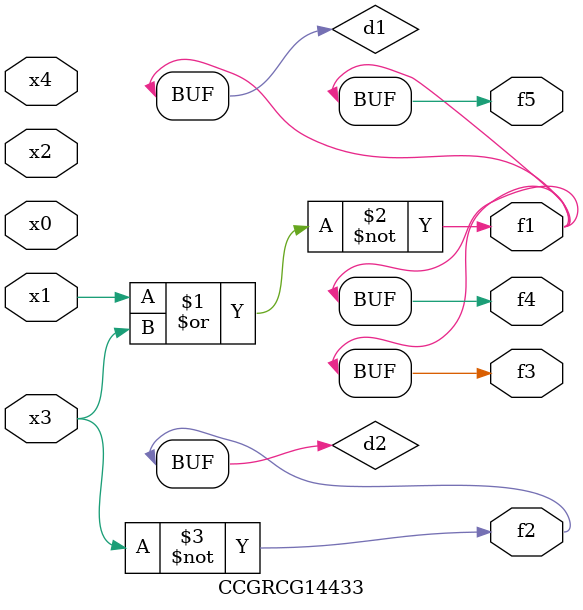
<source format=v>
module CCGRCG14433(
	input x0, x1, x2, x3, x4,
	output f1, f2, f3, f4, f5
);

	wire d1, d2;

	nor (d1, x1, x3);
	not (d2, x3);
	assign f1 = d1;
	assign f2 = d2;
	assign f3 = d1;
	assign f4 = d1;
	assign f5 = d1;
endmodule

</source>
